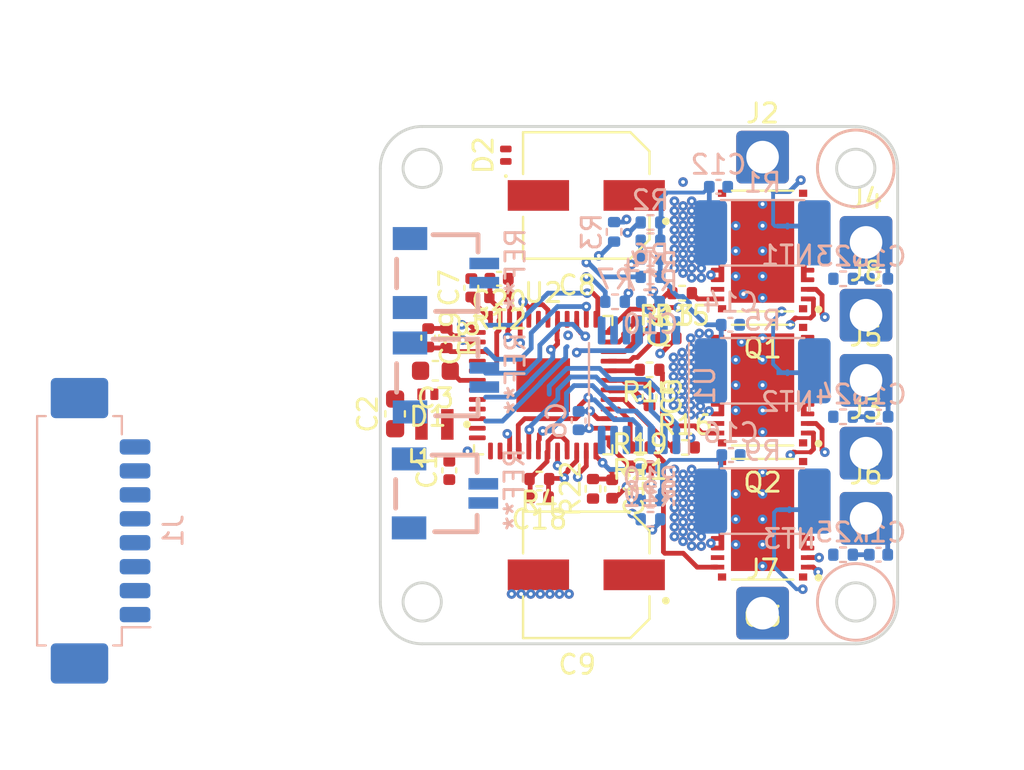
<source format=kicad_pcb>
(kicad_pcb (version 20211014) (generator pcbnew)
  (title_block (title "Ø32 BLDC Motor Controller") (date "2022-11-26") (company "Christopher Xu"))
  (layers (0 "F.Cu" signal) (1 "In1.Cu" signal) (2 "In2.Cu" signal) (31 "B.Cu" signal) (34 "B.Paste" user) (35 "F.Paste" user) (36 "B.SilkS" user "B.Silkscreen") (37 "F.SilkS" user "F.Silkscreen") (38 "B.Mask" user) (39 "F.Mask" user) (44 "Edge.Cuts" user))
  (net 0 "")
  (net 1 "unconnected-(U1-Pad1)")
  (net 3 "/Motor phase W/Sense_N")
  (net 4 "/Motor phase V/Sense_N")
  (net 5 "/Motor phase U/Sense_N")
  (net 6 "unconnected-(J1-Pad2)")
  (net 8 "/Motor phase U/Motor")
  (net 9 "/Motor phase V/Motor")
  (net 10 "/Motor phase W/Motor")
  (net 11 "/Motor phase U/Sense_P")
  (net 13 "VBUS")
  (net 14 "/Motor phase V/Sense_P")
  (net 15 "/Motor phase W/Sense_P")
  (net 16 "/GPIO_PF0")
  (net 17 "/GPIO_PF1")
  (net 18 "/USART1_DE")
  (net 20 "SPI_SCLK")
  (net 21 "SPI_MOSI")
  (net 22 "SPI_MISO")
  (net 23 "+3.3V")
  (net 24 "/OP_V_P")
  (net 25 "/OP_V_N")
  (net 26 "/OP_V_O")
  (net 27 "/NRST")
  (net 28 "/OP_U_O")
  (net 29 "/OP_U_N")
  (net 30 "/OP_U_P")
  (net 31 "/OC_COMP")
  (net 33 "GND")
  (net 35 "SWD_IO")
  (net 36 "SWD_CLK")
  (net 37 "I2C_SCL")
  (net 38 "I2C_SDA")
  (net 39 "/OP_W_P")
  (net 41 "/OP_W_N")
  (net 42 "/Motor phase U/GH_MOS")
  (net 43 "/Motor phase U/GL_MOS")
  (net 44 "/Motor phase V/GH_MOS")
  (net 45 "/Motor phase V/GL_MOS")
  (net 46 "/Motor phase W/GH_MOS")
  (net 47 "/Motor phase W/GL_MOS")
  (net 48 "/OUTU")
  (net 49 "/VBOOTW")
  (net 50 "/VBOOTV")
  (net 51 "/HSU")
  (net 52 "/VBOOTU")
  (net 53 "/LSU")
  (net 54 "/OUTV")
  (net 55 "/OUTW")
  (net 56 "/HSW")
  (net 57 "/LSW")
  (net 58 "/HSV")
  (net 59 "/LSV")
  (net 65 "/GPIO_PA15")
  (net 66 "Net-(C13-Pad2)")
  (net 67 "Net-(C15-Pad2)")
  (net 68 "Net-(C17-Pad2)")
  (net 81 "/SW_3.3")
  (net 82 "/USART1_TX")
  (net 83 "/USART_RX")
  (net 84 "/BUS_SENSE")
  (net 85 "/OP_W_O")
  (footprint "O32controller:SolderWire-Actual_1x01_D1.7mm_OD_2.75mm" (layer "F.Cu") (at 61.85 49.75)
    (fp_text reference "J5")
    (fp_text value "Motor Connection")
  )
  (footprint "O32controller:SolderWire-Actual_1x01_D1.7mm_OD_2.75mm" (layer "F.Cu") (at 56.45 38.1)
    (fp_text reference "J2")
    (fp_text value "BATT+")
  )
  (footprint "O32controller:SolderWire-Actual_1x01_D1.7mm_OD_2.75mm" (layer "F.Cu") (at 61.85 42.55)
    (fp_text reference "J4")
    (fp_text value "Motor Connection")
  )
  (footprint "Capacitor_SMD:C_0402_1005Metric" (layer "F.Cu") (at 42.7 44.45 180)
    (fp_text reference "C20")
    (fp_text value "1nF")
  )
  (footprint "Capacitor_SMD:C_0603_1608Metric" (layer "F.Cu") (at 37.2725 51.5 90)
    (fp_text reference "C2")
    (fp_text value "47uF")
  )
  (footprint "O32controller:SolderWire-Actual_1x01_D1.7mm_OD_2.75mm" (layer "F.Cu") (at 61.85 53.55)
    (fp_text reference "J3")
    (fp_text value "BATT-")
  )
  (footprint "Resistor_SMD:R_0402_1005Metric" (layer "F.Cu") (at 50.55 49.2 180)
    (fp_text reference "R18")
    (fp_text value "10R")
  )
  (footprint "Resistor_SMD:R_0402_1005Metric" (layer "F.Cu") (at 44.8 54.9 180)
    (fp_text reference "R4")
    (fp_text value "13.7k")
  )
  (footprint "O32controller:VFQFPN-48-1EP_7x7mm_P0.5mm_EP2.8x2.8mm" (layer "F.Cu") (at 45 50)
    (fp_text reference "U2")
    (fp_text value "STSPIN32F0A")
  )
  (footprint "O32controller:SolderWire-Actual_1x01_D1.7mm_OD_2.75mm" (layer "F.Cu") (at 61.85 56.95)
    (fp_text reference "J6")
    (fp_text value "Motor Connection")
  )
  (footprint "Capacitor_SMD:C_0402_1005Metric" (layer "F.Cu") (at 44.8 55.85 180)
    (fp_text reference "C18")
    (fp_text value "1nF")
  )
  (footprint "Resistor_SMD:R_0402_1005Metric" (layer "F.Cu") (at 47.6 55.41 90)
    (fp_text reference "R22")
    (fp_text value "121k")
  )
  (footprint "Capacitor_SMD:C_0402_1005Metric" (layer "F.Cu") (at 50.55 50.6 -90)
    (fp_text reference "C5")
    (fp_text value "100nF")
  )
  (footprint "O32controller:CAP_EEEFN1E101UP" (layer "F.Cu") (at 47.25 40.1 180)
    (fp_text reference "C8")
    (fp_text value "100uF")
  )
  (footprint "Resistor_SMD:R_0402_1005Metric" (layer "F.Cu") (at 50.05 54.25)
    (fp_text reference "R19")
    (fp_text value "10R")
  )
  (footprint "O32controller:CSD88584Q5DCT" (layer "F.Cu") (at 56.45 50 180)
    (fp_text reference "Q2")
    (fp_text value "CSD88584Q5DCT")
  )
  (footprint "Capacitor_SMD:C_0402_1005Metric" (layer "F.Cu") (at 49.9 47.12 -90)
    (fp_text reference "C4")
    (fp_text value "100nF")
  )
  (footprint "O32controller:IND_VLS201612CX-220M-1" (layer "F.Cu") (at 39.3225 52.05 180)
    (fp_text reference "L1")
    (fp_text value "22uH")
  )
  (footprint "O32controller:CSD88584Q5DCT" (layer "F.Cu") (at 56.45 57 180)
    (fp_text reference "Q3")
    (fp_text value "CSD88584Q5DCT")
  )
  (footprint "Resistor_SMD:R_0402_1005Metric" (layer "F.Cu") (at 42.7 45.4 180)
    (fp_text reference "R12")
    (fp_text value "13.7k")
  )
  (footprint "Resistor_SMD:R_0402_1005Metric" (layer "F.Cu") (at 39.95 47.55 -90)
    (fp_text reference "R8")
    (fp_text value "13.7k")
  )
  (footprint "Capacitor_SMD:C_0402_1005Metric" (layer "F.Cu") (at 41.25 44.92 90)
    (fp_text reference "C7")
    (fp_text value "100nF")
  )
  (footprint "Capacitor_SMD:C_0402_1005Metric" (layer "F.Cu") (at 48.6 55.42 -90)
    (fp_text reference "C11")
    (fp_text value "1nF")
  )
  (footprint "Capacitor_SMD:C_0402_1005Metric" (layer "F.Cu") (at 40.1 54.45 90)
    (fp_text reference "C1")
    (fp_text value "100nF")
  )
  (footprint "Resistor_SMD:R_0402_1005Metric" (layer "F.Cu") (at 51.44 47.55)
    (fp_text reference "R13")
    (fp_text value "10R")
  )
  (footprint "O32controller:SolderWire-Actual_1x01_D1.7mm_OD_2.75mm" (layer "F.Cu") (at 61.85 46.35)
    (fp_text reference "J8")
    (fp_text value "BATT-")
  )
  (footprint "Diode_SMD:D_0402_CSP" (layer "F.Cu") (at 43.05 38 90)
    (fp_text reference "D2")
    (fp_text value "ESDA17P20-1F2 ")
  )
  (footprint "O32controller:CSD88584Q5DCT" (layer "F.Cu") (at 56.45 43 180)
    (fp_text reference "Q1")
    (fp_text value "CSD88584Q5DCT")
  )
  (footprint "Resistor_SMD:R_0402_1005Metric" (layer "F.Cu") (at 52.25 45.2 180)
    (fp_text reference "R15")
    (fp_text value "10R")
  )
  (footprint "Diode_SMD:D_DFN2L" (layer "F.Cu") (at 38.9825 50.475 180)
    (fp_text reference "D1")
    (fp_text value "SBA0540Q")
  )
  (footprint "O32controller:SolderWire-Actual_1x01_D1.7mm_OD_2.75mm" (layer "F.Cu") (at 56.45 61.9)
    (fp_text reference "J7")
    (fp_text value "BATT+")
  )
  (footprint "O32controller:CAP_EEEFN1E101UP" (layer "F.Cu") (at 47.25 59.9 180)
    (fp_text reference "C9")
    (fp_text value "100uF")
  )
  (footprint "Capacitor_SMD:C_0603_1608Metric" (layer "F.Cu") (at 39.375 49.25 180)
    (fp_text reference "C3")
    (fp_text value "10uF")
  )
  (footprint "Capacitor_SMD:C_0402_1005Metric" (layer "F.Cu") (at 39 47.53 -90)
    (fp_text reference "C19")
    (fp_text value "1nF")
  )
  (footprint "Resistor_SMD:R_0402_1005Metric" (layer "F.Cu") (at 50.05 53.25 180)
    (fp_text reference "R21")
    (fp_text value "10R")
  )
  (footprint "Resistor_SMD:R_0402_1005Metric" (layer "F.Cu") (at 52.4 53.25)
    (fp_text reference "R16")
    (fp_text value "10R")
  )
  (footprint "Resistor_SMD:R_0402_1005Metric" (layer "B.Cu") (at 50.6 44.35 180)
    (fp_text reference "R6")
    (fp_text value "1.78k")
  )
  (footprint "Capacitor_SMD:C_0402_1005Metric" (layer "B.Cu") (at 62.505 44.45 180)
    (fp_text reference "C13")
    (fp_text value "4.7nF")
  )
  (footprint "Capacitor_SMD:C_0402_1005Metric" (layer "B.Cu") (at 54.8 53.65 180)
    (fp_text reference "C16")
    (fp_text value "10nF")
  )
  (footprint "Resistor_SMD:R_0402_1005Metric" (layer "B.Cu") (at 50.6 41.51 180)
    (fp_text reference "R2")
    (fp_text value "1.78k")
  )
  (footprint "Capacitor_SMD:C_0402_1005Metric" (layer "B.Cu") (at 50.6 45.65)
    (fp_text reference "C10")
    (fp_text value "100nF")
  )
  (footprint "O32controller:SM02B-SRSS-TB(LF)(SN)" (layer "B.Cu") (at 39.95 49.6 90)
    (fp_text reference "REF**")
    (fp_text value "SM02B-SRSS-TB_LF__SN_")
  )
  (footprint "Capacitor_SMD:C_0402_1005Metric" (layer "B.Cu") (at 54.15 39.65 180)
    (fp_text reference "C12")
    (fp_text value "10nF")
  )
  (footprint "Capacitor_SMD:C_0402_1005Metric" (layer "B.Cu") (at 62.5 58.85 180)
    (fp_text reference "C17")
    (fp_text value "4.7nF")
  )
  (footprint "NetTie:NetTie-small" (layer "B.Cu") (at 57.75 41.7)
    (fp_text reference "NT1")
    (fp_text value "Sense_N")
  )
  (footprint "Package_SO:TSSOP-14_4.4x5mm_P0.65mm" (layer "B.Cu") (at 50 50 90)
    (fp_text reference "U1")
    (fp_text value "AS5047D")
  )
  (footprint "Resistor_SMD:R_0402_1005Metric" (layer "B.Cu") (at 48.7 42 -90)
    (fp_text reference "R3")
    (fp_text value "1.78k")
  )
  (footprint "Resistor_SMD:R_0402_1005Metric" (layer "B.Cu") (at 50.6 43.4)
    (fp_text reference "R17")
    (fp_text value "2.2k")
  )
  (footprint "Capacitor_SMD:C_0402_1005Metric" (layer "B.Cu") (at 46.85 51.85 -90)
    (fp_text reference "C6")
    (fp_text value "100nF")
  )
  (footprint "O32controller:SM02B-SRSS-TB(LF)(SN)" (layer "B.Cu") (at 39.9 55.65 90)
    (fp_text reference "REF**")
    (fp_text value "SM02B-SRSS-TB_LF__SN_")
  )
  (footprint "Resistor_SMD:R_0402_1005Metric" (layer "B.Cu") (at 50.6 56 180)
    (fp_text reference "R10")
    (fp_text value "1.78k")
  )
  (footprint "Connector_Molex:Molex_PicoBlade_53261-0871_1x08-1MP_P1.25mm_Horizontal" (layer "B.Cu") (at 21.3 57.6 90)
    (fp_text reference "J1")
    (fp_text value "Conn_01x08_MountingPin")
  )
  (footprint "Capacitor_SMD:C_0402_1005Metric" (layer "B.Cu") (at 62.52 51.65 180)
    (fp_text reference "C15")
    (fp_text value "4.7nF")
  )
  (footprint "Resistor_SMD:R_Shunt_2512_6332Metric" (layer "B.Cu") (at 56.45 56.05 180)
    (fp_text reference "R9")
    (fp_text value "WSLF25122L000FEB 0.002R")
  )
  (footprint "O32controller:SM02B-SRSS-TB(LF)(SN)" (layer "B.Cu") (at 39.95 44.15 90)
    (fp_text reference "REF**")
    (fp_text value "SM02B-SRSS-TB_LF__SN_")
  )
  (footprint "Resistor_SMD:R_0402_1005Metric" (layer "B.Cu") (at 60.65 51.65 180)
    (fp_text reference "R24")
    (fp_text value "2.2R")
  )
  (footprint "NetTie:NetTie-small" (layer "B.Cu") (at 57.75 49.35)
    (fp_text reference "NT2")
    (fp_text value "Sense_N")
  )
  (footprint "Capacitor_SMD:C_0402_1005Metric" (layer "B.Cu") (at 54.77 46.85 180)
    (fp_text reference "C14")
    (fp_text value "10nF")
  )
  (footprint "Resistor_SMD:R_0402_1005Metric" (layer "B.Cu") (at 50.6 42.46)
    (fp_text reference "R14")
    (fp_text value "2.2k")
  )
  (footprint "Resistor_SMD:R_0402_1005Metric" (layer "B.Cu") (at 60.65 58.85 180)
    (fp_text reference "R25")
    (fp_text value "2.2R")
  )
  (footprint "Resistor_SMD:R_0402_1005Metric" (layer "B.Cu") (at 48.75 45.65 180)
    (fp_text reference "R7")
    (fp_text value "1.78k")
  )
  (footprint "Resistor_SMD:R_0402_1005Metric" (layer "B.Cu") (at 50.6 54.4)
    (fp_text reference "R20")
    (fp_text value "2.2k")
  )
  (footprint "Resistor_SMD:R_Shunt_2512_6332Metric" (layer "B.Cu") (at 56.45 42.05 180)
    (fp_text reference "R1")
    (fp_text value "WSLF25122L000FEB 0.002R")
  )
  (footprint "Resistor_SMD:R_0402_1005Metric" (layer "B.Cu") (at 50.6 57 180)
    (fp_text reference "R11")
    (fp_text value "1.78k")
  )
  (footprint "NetTie:NetTie-small" (layer "B.Cu") (at 57.85 56.5)
    (fp_text reference "NT3")
    (fp_text value "Sense_N")
  )
  (footprint "Resistor_SMD:R_0402_1005Metric" (layer "B.Cu") (at 60.655 44.45 180)
    (fp_text reference "R23")
    (fp_text value "2.2R")
  )
  (footprint "Resistor_SMD:R_Shunt_2512_6332Metric" (layer "B.Cu") (at 56.45 49.25 180)
    (fp_text reference "R5")
    (fp_text value "WSLF25122L000FEB 0.002R")
  )
  (gr_circle (center 61.314 61.314) (end 63.314 61.314) (layer "B.SilkS") (width 0.15) (fill none))
  (gr_circle (center 61.314 38.686) (end 63.314 38.686) (layer "B.SilkS") (width 0.15) (fill none))
  (gr_circle locked (center 61.314 38.686) (end 63.314 38.686) (layer "F.SilkS") (width 0.15) (fill none))
  (gr_circle locked (center 61.314 61.314) (end 62.314 61.314) (layer "Edge.Cuts") (width 0.15) (fill none))
  (gr_line locked (start 38.686 36.5) (end 61.314 36.5) (layer "Edge.Cuts") (width 0.15))
  (gr_arc locked (start 38.686 63.5) (mid 37.140265 62.859735) (end 36.5 61.314) (layer "Edge.Cuts") (width 0.15))
  (gr_arc locked (start 36.5 38.686) (mid 37.140265 37.140265) (end 38.686 36.5) (layer "Edge.Cuts") (width 0.15))
  (gr_line locked (start 38.686 63.5) (end 61.314 63.5) (layer "Edge.Cuts") (width 0.15))
  (gr_line locked (start 63.5 38.686) (end 63.5 61.314) (layer "Edge.Cuts") (width 0.15))
  (gr_arc locked (start 61.314 36.5) (mid 62.859735 37.140265) (end 63.5 38.686) (layer "Edge.Cuts") (width 0.15))
  (gr_circle locked (center 38.686 61.314) (end 39.686 61.314) (layer "Edge.Cuts") (width 0.15) (fill none))
  (gr_circle locked (center 38.686 38.686) (end 39.686 38.686) (layer "Edge.Cuts") (width 0.15) (fill none))
  (gr_arc locked (start 63.5 61.314) (mid 62.859735 62.859735) (end 61.314 63.5) (layer "Edge.Cuts") (width 0.15))
  (gr_circle locked (center 61.314 38.686) (end 62.314 38.686) (layer "Edge.Cuts") (width 0.15) (fill none))
  (gr_line locked (start 36.5 38.686) (end 36.5 61.314) (layer "Edge.Cuts") (width 0.15))
  (segment (start 50.449569 49.7) (end 48.522361 49.7) (width 0.25) (layer "B.Cu") (net 1))
  (segment (start 51.95 52.8625) (end 51.95 52.013173) (width 0.25) (layer "B.Cu") (net 1))
  (segment (start 51.225 50.475431) (end 50.449569 49.7) (width 0.25) (layer "B.Cu") (net 1))
  (segment (start 51.95 52.013173) (end 51.225 51.288173) (width 0.25) (layer "B.Cu") (net 1))
  (segment (start 46.239035 49.125) (end 45.315 50.049035) (width 0.25) (layer "B.Cu") (net 1))
  (segment (start 47.947361 49.125) (end 46.239035 49.125) (width 0.25) (layer "B.Cu") (net 1))
  (segment (start 48.522361 49.7) (end 47.947361 49.125) (width 0.25) (layer "B.Cu") (net 1))
  (segment (start 45.315 50.049035) (end 45.315 50.471827) (width 0.25) (layer "B.Cu") (net 1))
  (segment (start 51.225 51.288173) (end 51.225 50.475431) (width 0.25) (layer "B.Cu") (net 1))
  (via (at 50.7 57.55) (size 0.5) (drill 0.2) (layers "F.Cu" "B.Cu") (net 3))
  (via (at 58.55 60.65) (size 0.5) (drill 0.2) (layers "F.Cu" "B.Cu") (net 3))
  (segment (start 51.11 57.14) (end 50.7 57.55) (width 0.25) (layer "B.Cu") (net 3))
  (segment (start 50.7 57.55) (end 50.7 57.41) (width 0.2) (layer "B.Cu") (net 3))
  (segment (start 58.216332 60.65) (end 57.05 59.483668) (width 0.2) (layer "B.Cu") (net 3))
  (segment (start 57.2 56.5) (end 57.05 56.65) (width 0.2) (layer "B.Cu") (net 3))
  (segment (start 51.11 57) (end 51.11 57.14) (width 0.2) (layer "B.Cu") (net 3))
  (segment (start 57.55 56.5) (end 57.2 56.5) (width 0.2) (layer "B.Cu") (net 3))
  (segment (start 57.05 56.65) (end 57.05 59.483668) (width 0.2) (layer "B.Cu") (net 3))
  (segment (start 58.55 60.65) (end 58.216332 60.65) (width 0.2) (layer "B.Cu") (net 3))
  (via (at 49.45 45.2) (size 0.5) (drill 0.2) (layers "F.Cu" "B.Cu") (net 4))
  (via (at 57.45 46.15) (size 0.5) (drill 0.2) (layers "F.Cu" "B.Cu") (net 4))
  (segment (start 57.45 46.15) (end 57.472182 46.15) (width 0.2) (layer "B.Cu") (net 4))
  (segment (start 57.472182 46.15) (end 57 46.622182) (width 0.2) (layer "B.Cu") (net 4))
  (segment (start 49.26 45.65) (end 49.26 45.39) (width 0.2) (layer "B.Cu") (net 4))
  (segment (start 57 46.622182) (end 57 48.9) (width 0.2) (layer "B.Cu") (net 4))
  (segment (start 57 48.9) (end 57.45 49.35) (width 0.2) (layer "B.Cu") (net 4))
  (segment (start 49.26 45.39) (end 49.45 45.2) (width 0.2) (layer "B.Cu") (net 4))
  (via (at 52.3 39.4) (size 0.5) (drill 0.2) (layers "F.Cu" "B.Cu") (net 5))
  (via (at 58.45 39.3) (size 0.5) (drill 0.2) (layers "F.Cu" "B.Cu") (net 5))
  (via (at 49.35 41.35) (size 0.5) (drill 0.2) (layers "F.Cu" "B.Cu") (net 5))
  (segment (start 57.85 39.9) (end 58.45 39.3) (width 0.25) (layer "B.Cu") (net 5))
  (segment (start 57.1 41.7) (end 57 41.6) (width 0.2) (layer "B.Cu") (net 5))
  (segment (start 49.21 41.49) (end 49.35 41.35) (width 0.25) (layer "B.Cu") (net 5))
  (segment (start 57.45 41.7) (end 57.1 41.7) (width 0.2) (layer "B.Cu") (net 5))
  (segment (start 57 41.6) (end 57 39.9) (width 0.2) (layer "B.Cu") (net 5))
  (segment (start 58.266332 39.3) (end 58.45 39.3) (width 0.2) (layer "B.Cu") (net 5))
  (segment (start 48.7 41.49) (end 49.21 41.49) (width 0.25) (layer "B.Cu") (net 5))
  (segment (start 57 39.9) (end 57.85 39.9) (width 0.25) (layer "B.Cu") (net 5))
  (via (at 41.05 53.45) (size 0.5) (drill 0.2) (layers "F.Cu" "B.Cu") (net 6))
  (segment (start 62.985 44.45) (end 62.985 43.685) (width 0.25) (layer "B.Cu") (net 8))
  (segment (start 62.985 43.685) (end 61.85 42.55) (width 0.25) (layer "B.Cu") (net 8))
  (segment (start 62.985 43.435) (end 61.85 42.3) (width 0.25) (layer "B.Cu") (net 8))
  (segment (start 63 50.9) (end 61.85 49.75) (width 0.25) (layer "B.Cu") (net 9))
  (segment (start 63 51.65) (end 63 50.9) (width 0.25) (layer "B.Cu") (net 9))
  (segment (start 63 51.65) (end 63.05 51.65) (width 0.25) (layer "B.Cu") (net 9))
  (segment (start 62.98 58.08) (end 61.85 56.95) (width 0.25) (layer "B.Cu") (net 10))
  (segment (start 62.98 58.85) (end 62.98 58.08) (width 0.25) (layer "B.Cu") (net 10))
  (via (at 51.85 43.9) (size 0.5) (drill 0.2) (layers "F.Cu" "B.Cu") (net 11))
  (via (at 52.75 43.4) (size 0.5) (drill 0.2) (layers "F.Cu" "B.Cu") (net 11))
  (via (at 52.3 42.15) (size 0.5) (drill 0.2) (layers "F.Cu" "B.Cu") (net 11))
  (via (at 51.85 43.4) (size 0.5) (drill 0.2) (layers "F.Cu" "B.Cu") (net 11))
  (via (at 53.75 44.25) (size 0.5) (drill 0.2) (layers "F.Cu" "B.Cu") (net 11))
  (via (at 52.75 44.4) (size 0.5) (drill 0.2) (layers "F.Cu" "B.Cu") (net 11))
  (via (at 52.75 41.4) (size 0.5) (drill 0.2) (layers "F.Cu" "B.Cu") (net 11))
  (via (at 52.3 43.65) (size 0.5) (drill 0.2) (layers "F.Cu" "B.Cu") (net 11))
  (via (at 52.75 42.4) (size 0.5) (drill 0.2) (layers "F.Cu" "B.Cu") (net 11))
  (via (at 52.75 42.9) (size 0.5) (drill 0.2) (layers "F.Cu" "B.Cu") (net 11))
  (via (at 52.75 40.4) (size 0.5) (drill 0.2) (layers "F.Cu" "B.Cu") (net 11))
  (via (at 52.3 44.15) (size 0.5) (drill 0.2) (layers "F.Cu" "B.Cu") (net 11))
  (via (at 52.3 42.65) (size 0.5) (drill 0.2) (layers "F.Cu" "B.Cu") (net 11))
  (via (at 53.25 44.4) (size 0.5) (drill 0.2) (layers "F.Cu" "B.Cu") (net 11))
  (via (at 51.85 42.9) (size 0.5) (drill 0.2) (layers "F.Cu" "B.Cu") (net 11))
  (via (at 52.3 41.65) (size 0.5) (drill 0.2) (layers "F.Cu" "B.Cu") (net 11))
  (via (at 51.85 40.9) (size 0.5) (drill 0.2) (layers "F.Cu" "B.Cu") (net 11))
  (via (at 52.75 40.9) (size 0.5) (drill 0.2) (layers "F.Cu" "B.Cu") (net 11))
  (via (at 51.85 41.9) (size 0.5) (drill 0.2) (layers "F.Cu" "B.Cu") (net 11))
  (via (at 51.85 40.4) (size 0.5) (drill 0.2) (layers "F.Cu" "B.Cu") (net 11))
  (via (at 51.85 42.4) (size 0.5) (drill 0.2) (layers "F.Cu" "B.Cu") (net 11))
  (via (at 52.3 41.15) (size 0.5) (drill 0.2) (layers "F.Cu" "B.Cu") (net 11))
  (via (at 52.3 43.15) (size 0.5) (drill 0.2) (layers "F.Cu" "B.Cu") (net 11))
  (via (at 52.3 40.65) (size 0.5) (drill 0.2) (layers "F.Cu" "B.Cu") (net 11))
  (via (at 51.85 41.4) (size 0.5) (drill 0.2) (layers "F.Cu" "B.Cu") (net 11))
  (via (at 52.75 41.9) (size 0.5) (drill 0.2) (layers "F.Cu" "B.Cu") (net 11))
  (via (at 53.25 43.9) (size 0.5) (drill 0.2) (layers "F.Cu" "B.Cu") (net 11))
  (via (at 52.75 43.9) (size 0.5) (drill 0.2) (layers "F.Cu" "B.Cu") (net 11))
  (segment (start 53.67 41.97) (end 53.75 42.05) (width 0.25) (layer "B.Cu") (net 11))
  (segment (start 53.67 39.65) (end 53.67 41.97) (width 0.25) (layer "B.Cu") (net 11))
  (segment (start 53.67 39.65) (end 53.37 39.95) (width 0.2) (layer "B.Cu") (net 11))
  (segment (start 51.15 40.25) (end 51.4 40) (width 0.25) (layer "B.Cu") (net 11))
  (segment (start 51.11 42.46) (end 51.11 41.51) (width 0.25) (layer "B.Cu") (net 11))
  (segment (start 53.37 39.95) (end 51.45 39.95) (width 0.2) (layer "B.Cu") (net 11))
  (segment (start 51.15 41.47) (end 51.15 40.25) (width 0.25) (layer "B.Cu") (net 11))
  (segment (start 51.45 39.95) (end 51.4 40) (width 0.2) (layer "B.Cu") (net 11))
  (segment (start 51.11 41.51) (end 51.15 41.47) (width 0.25) (layer "B.Cu") (net 11))
  (segment (start 40.65 49.75) (end 40.15 49.25) (width 0.25) (layer "F.Cu") (net 13))
  (segment (start 41.5625 49.75) (end 40.65 49.75) (width 0.25) (layer "F.Cu") (net 13))
  (via (at 55.45 45.25) (size 0.5) (drill 0.2) (layers "F.Cu" "B.Cu") (net 13))
  (via (at 55.35 47.75) (size 0.5) (drill 0.2) (layers "F.Cu" "B.Cu") (net 13))
  (segment (start 52.25 48.3) (end 52.25 48.35) (width 0.2) (layer "F.Cu") (net 14))
  (via (at 52.7 50.05) (size 0.5) (drill 0.2) (layers "F.Cu" "B.Cu") (net 14))
  (via (at 53.65 51.35) (size 0.5) (drill 0.2) (layers "F.Cu" "B.Cu") (net 14))
  (via (at 52.25 49.3) (size 0.5) (drill 0.2) (layers "F.Cu" "B.Cu") (net 14))
  (via (at 51.8 50.55) (size 0.5) (drill 0.2) (layers "F.Cu" "B.Cu") (net 14))
  (via (at 52.7 51.55) (size 0.5) (drill 0.2) (layers "F.Cu" "B.Cu") (net 14))
  (via (at 52.25 51.3) (size 0.5) (drill 0.2) (layers "F.Cu" "B.Cu") (net 14))
  (via (at 52.7 50.55) (size 0.5) (drill 0.2) (layers "F.Cu" "B.Cu") (net 14))
  (via (at 52.25 48.8) (size 0.5) (drill 0.2) (layers "F.Cu" "B.Cu") (net 14))
  (via (at 52.7 51.05) (size 0.5) (drill 0.2) (layers "F.Cu" "B.Cu") (net 14))
  (via (at 53.2 51.1) (size 0.5) (drill 0.2) (layers "F.Cu" "B.Cu") (net 14))
  (via (at 53.2 51.6) (size 0.5) (drill 0.2) (layers "F.Cu" "B.Cu") (net 14))
  (via (at 51.8 51.05) (size 0.5) (drill 0.2) (layers "F.Cu" "B.Cu") (net 14))
  (via (at 52.7 48.55) (size 0.5) (drill 0.2) (layers "F.Cu" "B.Cu") (net 14))
  (via (at 52.25 50.8) (size 0.5) (drill 0.2) (layers "F.Cu" "B.Cu") (net 14))
  (via (at 51.8 49.05) (size 0.5) (drill 0.2) (layers "F.Cu" "B.Cu") (net 14))
  (via (at 52.25 50.3) (size 0.5) (drill 0.2) (layers "F.Cu" "B.Cu") (net 14))
  (via (at 53.15 47.3) (size 0.5) (drill 0.2) (layers "F.Cu" "B.Cu") (net 14))
  (via (at 52.7 48.05) (size 0.5) (drill 0.2) (layers "F.Cu" "B.Cu") (net 14))
  (via (at 52.7 49.05) (size 0.5) (drill 0.2) (layers "F.Cu" "B.Cu") (net 14))
  (via (at 52.25 48.3) (size 0.5) (drill 0.2) (layers "F.Cu" "B.Cu") (net 14))
  (via (at 53.65 47.3) (size 0.5) (drill 0.2) (layers "F.Cu" "B.Cu") (net 14))
  (via (at 51.8 49.55) (size 0.5) (drill 0.2) (layers "F.Cu" "B.Cu") (net 14))
  (via (at 51.8 48.55) (size 0.5) (drill 0.2) (layers "F.Cu" "B.Cu") (net 14))
  (via (at 52.7 49.55) (size 0.5) (drill 0.2) (layers "F.Cu" "B.Cu") (net 14))
  (via (at 52.25 49.8) (size 0.5) (drill 0.2) (layers "F.Cu" "B.Cu") (net 14))
  (via (at 52.7 47.55) (size 0.5) (drill 0.2) (layers "F.Cu" "B.Cu") (net 14))
  (via (at 51.8 50.05) (size 0.5) (drill 0.2) (layers "F.Cu" "B.Cu") (net 14))
  (segment (start 54.29 48.71) (end 53.75 49.25) (width 0.25) (layer "B.Cu") (net 14))
  (segment (start 51.75 45.1) (end 51.75 44.99) (width 0.25) (layer "B.Cu") (net 14))
  (segment (start 54.29 46.85) (end 53.5 46.85) (width 0.25) (layer "B.Cu") (net 14))
  (segment (start 51.75 44.99) (end 51.11 44.35) (width 0.25) (layer "B.Cu") (net 14))
  (segment (start 52.625 45.975) (end 52.625 45.711827) (width 0.25) (layer "B.Cu") (net 14))
  (segment (start 53.5 46.85) (end 52.625 45.975) (width 0.25) (layer "B.Cu") (net 14))
  (segment (start 54.29 46.85) (end 54.28 46.86) (width 0.2) (layer "B.Cu") (net 14))
  (segment (start 52.288173 45.375) (end 52.025 45.375) (width 0.25) (layer "B.Cu") (net 14))
  (segment (start 51.11 43.35) (end 51.11 44.35) (width 0.25) (layer "B.Cu") (net 14))
  (segment (start 52.625 45.711827) (end 52.288173 45.375) (width 0.25) (layer "B.Cu") (net 14))
  (segment (start 52.025 45.375) (end 51.75 45.1) (width 0.25) (layer "B.Cu") (net 14))
  (segment (start 54.29 46.85) (end 54.29 48.71) (width 0.25) (layer "B.Cu") (net 14))
  (via (at 52.75 57.4) (size 0.5) (drill 0.2) (layers "F.Cu" "B.Cu") (net 15))
  (via (at 52.75 57.9) (size 0.5) (drill 0.2) (layers "F.Cu" "B.Cu") (net 15))
  (via (at 51.85 57.4) (size 0.5) (drill 0.2) (layers "F.Cu" "B.Cu") (net 15))
  (via (at 52.75 56.9) (size 0.5) (drill 0.2) (layers "F.Cu" "B.Cu") (net 15))
  (via (at 51.85 54.9) (size 0.5) (drill 0.2) (layers "F.Cu" "B.Cu") (net 15))
  (via (at 52.3 56.65) (size 0.5) (drill 0.2) (layers "F.Cu" "B.Cu") (net 15))
  (via (at 51.85 54.4) (size 0.5) (drill 0.2) (layers "F.Cu" "B.Cu") (net 15))
  (via (at 52.3 55.65) (size 0.5) (drill 0.2) (layers "F.Cu" "B.Cu") (net 15))
  (via (at 52.75 58.4) (size 0.5) (drill 0.2) (layers "F.Cu" "B.Cu") (net 15))
  (via (at 53.25 58.4) (size 0.5) (drill 0.2) (layers "F.Cu" "B.Cu") (net 15))
  (via (at 52.75 55.4) (size 0.5) (drill 0.2) (layers "F.Cu" "B.Cu") (net 15))
  (via (at 52.3 57.65) (size 0.5) (drill 0.2) (layers "F.Cu" "B.Cu") (net 15))
  (via (at 52.3 55.15) (size 0.5) (drill 0.2) (layers "F.Cu" "B.Cu") (net 15))
  (via (at 52.3 56.15) (size 0.5) (drill 0.2) (layers "F.Cu" "B.Cu") (net 15))
  (via (at 52.3 57.15) (size 0.5) (drill 0.2) (layers "F.Cu" "B.Cu") (net 15))
  (via (at 51.85 55.4) (size 0.5) (drill 0.2) (layers "F.Cu" "B.Cu") (net 15))
  (via (at 53.75 58.25) (size 0.5) (drill 0.2) (layers "F.Cu" "B.Cu") (net 15))
  (via (at 52.75 56.4) (size 0.5) (drill 0.2) (layers "F.Cu" "B.Cu") (net 15))
  (via (at 51.85 57.9) (size 0.5) (drill 0.2) (layers "F.Cu" "B.Cu") (net 15))
  (via (at 53.25 57.9) (size 0.5) (drill 0.2) (layers "F.Cu" "B.Cu") (net 15))
  (via (at 52.3 54.65) (size 0.5) (drill 0.2) (layers "F.Cu" "B.Cu") (net 15))
  (via (at 51.85 55.9) (size 0.5) (drill 0.2) (layers "F.Cu" "B.Cu") (net 15))
  (via (at 51.85 56.4) (size 0.5) (drill 0.2) (layers "F.Cu" "B.Cu") (net 15))
  (via (at 52.3 58.15) (size 0.5) (drill 0.2) (layers "F.Cu" "B.Cu") (net 15))
  (via (at 51.85 56.9) (size 0.5) (drill 0.2) (layers "F.Cu" "B.Cu") (net 15))
  (via (at 52.75 55.9) (size 0.5) (drill 0.2) (layers "F.Cu" "B.Cu") (net 15))
  (via (at 52.75 54.4) (size 0.5) (drill 0.2) (layers "F.Cu" "B.Cu") (net 15))
  (via (at 52.75 54.9) (size 0.5) (drill 0.2) (layers "F.Cu" "B.Cu") (net 15))
  (segment (start 51.11 54.4) (end 51.61 53.9) (width 0.2) (layer "B.Cu") (net 15))
  (segment (start 51.11 55.503173) (end 51.11 56) (width 0.25) (layer "B.Cu") (net 15))
  (segment (start 54.27 53.65) (end 54.27 55.53) (width 0.25) (layer "B.Cu") (net 15))
  (segment (start 51.11 54.4) (end 51.11 54.796827) (width 0.25) (layer "B.Cu") (net 15))
  (segment (start 51.11 54.796827) (end 51.225 54.911827) (width 0.25) (layer "B.Cu") (net 15))
  (segment (start 51.25 54.54) (end 51.11 54.4) (width 0.2) (layer "B.Cu") (net 15))
  (segment (start 54.27 55.53) (end 53.75 56.05) (width 0.2) (layer "B.Cu") (net 15))
  (segment (start 54.07 53.9) (end 51.61 53.9) (width 0.2) (layer "B.Cu") (net 15))
  (segment (start 54.32 53.65) (end 54.07 53.9) (width 0.2) (layer "B.Cu") (net 15))
  (segment (start 51.2 54.49) (end 51.11 54.4) (width 0.2) (layer "B.Cu") (net 15))
  (segment (start 51.11 56) (end 51.2 55.91) (width 0.2) (layer "B.Cu") (net 15))
  (segment (start 51.225 55.388173) (end 51.11 55.503173) (width 0.25) (layer "B.Cu") (net 15))
  (segment (start 51.225 54.911827) (end 51.225 55.388173) (width 0.25) (layer "B.Cu") (net 15))
  (segment (start 44.036827 51.75) (end 43.7 52.086827) (width 0.25) (layer "F.Cu") (net 20))
  (segment (start 43.7 52.086827) (end 43.7 53.3875) (width 0.25) (layer "F.Cu") (net 20))
  (segment (start 46.7 51.75) (end 44.036827 51.75) (width 0.25) (layer "F.Cu") (net 20))
  (segment (start 43.7 53.3875) (end 43.75 53.4375) (width 0.25) (layer "F.Cu") (net 20))
  (segment (start 46.875 51.575) (end 46.7 51.75) (width 0.25) (layer "F.Cu") (net 20))
  (segment (start 46.875 51.111827) (end 46.875 51.575) (width 0.25) (layer "F.Cu") (net 20))
  (segment (start 47.35 50.65) (end 47.336827 50.65) (width 0.25) (layer "F.Cu") (net 20))
  (segment (start 47.336827 50.65) (end 46.875 51.111827) (width 0.25) (layer "F.Cu") (net 20))
  (via (at 47.35 50.65) (size 0.5) (drill 0.2) (layers "F.Cu" "B.Cu") (net 20))
  (segment (start 50 52.8625) (end 50 52.136396) (width 0.25) (layer "B.Cu") (net 20))
  (segment (start 50 52.136396) (end 49.663604 51.8) (width 0.25) (layer "B.Cu") (net 20))
  (segment (start 48.7 51.786827) (end 47.678173 50.765) (width 0.25) (layer "B.Cu") (net 20))
  (segment (start 48.7 51.8) (end 48.7 51.786827) (width 0.25) (layer "B.Cu") (net 20))
  (segment (start 47.35 50.65) (end 47.465 50.765) (width 0.25) (layer "B.Cu") (net 20))
  (segment (start 47.465 50.765) (end 47.678173 50.765) (width 0.25) (layer "B.Cu") (net 20))
  (segment (start 49.663604 51.8) (end 48.7 51.8) (width 0.25) (layer "B.Cu") (net 20))
  (segment (start 44.8 52.57) (end 44.8 52.84) (width 0.25) (layer "F.Cu") (net 21))
  (segment (start 44.75 52.951992) (end 44.75 53.4375) (width 0.25) (layer "F.Cu") (net 21))
  (segment (start 44.98 52.39) (end 44.8 52.57) (width 0.25) (layer "F.Cu") (net 21))
  (via (at 44.98 52.39) (size 0.5) (drill 0.2) (layers "F.Cu" "B.Cu") (net 21))
  (segment (start 44.98 52.39) (end 45.36 52.39) (width 0.25) (layer "B.Cu") (net 21))
  (segment (start 46.611827 50.025) (end 47.574569 50.025) (width 0.25) (layer "B.Cu") (net 21))
  (segment (start 45.36 52.39) (end 46.215 51.535) (width 0.25) (layer "B.Cu") (net 21))
  (segment (start 46.215 51.535) (end 46.215 50.421827) (width 0.25) (layer "B.Cu") (net 21))
  (segment (start 46.215 50.421827) (end 46.611827 50.025) (width 0.25) (layer "B.Cu") (net 21))
  (segment (start 47.574569 50.025) (end 48.899569 51.35) (width 0.25) (layer "B.Cu") (net 21))
  (segment (start 50.65 52.15) (end 50.65 52.8625) (width 0.25) (layer "B.Cu") (net 21))
  (segment (start 49.85 51.35) (end 50.65 52.15) (width 0.25) (layer "B.Cu") (net 21))
  (segment (start 48.899569 51.35) (end 49.85 51.35) (width 0.25) (layer "B.Cu") (net 21))
  (segment (start 44.25 52.35) (end 44.275 52.325) (width 0.25) (layer "F.Cu") (net 22))
  (segment (start 44.25 53.4375) (end 44.25 52.35) (width 0.25) (layer "F.Cu") (net 22))
  (via (at 44.275 52.325) (size 0.5) (drill 0.2) (layers "F.Cu" "B.Cu") (net 22))
  (segment (start 45.765 50.235431) (end 45.765 50.71) (width 0.25) (layer "B.Cu") (net 22))
  (segment (start 50.625 51.325) (end 50.625 50.511827) (width 0.25) (layer "B.Cu") (net 22))
  (segment (start 44.275 52.2) (end 44.275 52.325) (width 0.25) (layer "B.Cu") (net 22))
  (segment (start 45.765 50.71) (end 44.275 52.2) (width 0.25) (layer "B.Cu") (net 22))
  (segment (start 48.335965 50.15) (end 47.760965 49.575) (width 0.25) (layer "B.Cu") (net 22))
  (segment (start 51.3 52) (end 50.625 51.325) (width 0.25) (layer "B.Cu") (net 22))
  (segment (start 50.263173 50.15) (end 48.335965 50.15) (width 0.25) (layer "B.Cu") (net 22))
  (segment (start 51.3 52.8625) (end 51.3 52) (width 0.25) (layer "B.Cu") (net 22))
  (segment (start 47.760965 49.575) (end 46.425431 49.575) (width 0.25) (layer "B.Cu") (net 22))
  (segment (start 50.625 50.511827) (end 50.263173 50.15) (width 0.25) (layer "B.Cu") (net 22))
  (segment (start 46.425431 49.575) (end 45.765 50.235431) (width 0.25) (layer "B.Cu") (net 22))
  (segment (start 41.25 45.4) (end 41.25 45.5625) (width 0.25) (layer "F.Cu") (net 23))
  (segment (start 41.25 45.5625) (end 42.25 46.5625) (width 0.25) (layer "F.Cu") (net 23))
  (via (at 46.75 48.3) (size 0.5) (drill 0.2) (layers "F.Cu" "B.Cu") (net 23))
  (segment (start 49.626041 48.2) (end 46.85 48.2) (width 0.25) (layer "B.Cu") (net 23))
  (segment (start 50 47.1375) (end 50 47.826041) (width 0.25) (layer "B.Cu") (net 23))
  (segment (start 46.85 48.2) (end 46.75 48.3) (width 0.25) (layer "B.Cu") (net 23))
  (segment (start 50.12 45.82) (end 50.12 45.65) (width 0.25) (layer "B.Cu") (net 23))
  (segment (start 50.65 46.35) (end 50.12 45.82) (width 0.25) (layer "B.Cu") (net 23))
  (segment (start 50 47.1375) (end 50.65 47.1375) (width 0.25) (layer "B.Cu") (net 23))
  (segment (start 50.65 47.1375) (end 50.65 46.35) (width 0.25) (layer "B.Cu") (net 23))
  (segment (start 50 47.826041) (end 49.626041 48.2) (width 0.25) (layer "B.Cu") (net 23))
  (segment (start 40.75 46.85) (end 41.1625 46.85) (width 0.25) (layer "F.Cu") (net 24))
  (segment (start 41.1625 46.85) (end 41.5625 47.25) (width 0.25) (layer "F.Cu") (net 24))
  (via (at 47.25 43.6) (size 0.5) (drill 0.2) (layers "F.Cu" "B.Cu") (net 24))
  (via (at 40.75 46.85) (size 0.5) (drill 0.2) (layers "F.Cu" "B.Cu") (net 24))
  (segment (start 47.25 43.6) (end 47.338673 43.6) (width 0.25) (layer "B.Cu") (net 24))
  (segment (start 48.088673 44.35) (end 50.09 44.35) (width 0.25) (layer "B.Cu") (net 24))
  (segment (start 47.338673 43.6) (end 48.088673 44.35) (width 0.25) (layer "B.Cu") (net 24))
  (segment (start 40.575 47.425) (end 40.305 47.425) (width 0.25) (layer "F.Cu") (net 25))
  (segment (start 39.92 47.04) (end 39.95 47.07) (width 0.25) (layer "F.Cu") (net 25))
  (segment (start 40.305 47.425) (end 39.95 47.07) (width 0.25) (layer "F.Cu") (net 25))
  (segment (start 40.9 47.75) (end 41.5625 47.75) (width 0.25) (layer "F.Cu") (net 25))
  (segment (start 40.8 47.65) (end 40.575 47.425) (width 0.25) (layer "F.Cu") (net 25))
  (segment (start 38.95 47.04) (end 39.92 47.04) (width 0.25) (layer "F.Cu") (net 25))
  (segment (start 40.8 47.65) (end 40.9 47.75) (width 0.25) (layer "F.Cu") (net 25))
  (via (at 40.8 47.65) (size 0.5) (drill 0.2) (layers "F.Cu" "B.Cu") (net 25))
  (via (at 47.25 44.35) (size 0.5) (drill 0.2) (layers "F.Cu" "B.Cu") (net 25))
  (segment (start 48.24 45.137723) (end 47.452277 44.35) (width 0.25) (layer "B.Cu") (net 25))
  (segment (start 47.452277 44.35) (end 47.25 44.35) (width 0.25) (layer "B.Cu") (net 25))
  (segment (start 48.24 45.65) (end 48.24 45.137723) (width 0.25) (layer "B.Cu") (net 25))
  (segment (start 39.92 48.06) (end 39.95 48.03) (width 0.25) (layer "F.Cu") (net 26))
  (segment (start 41.5625 48.25) (end 42.048008 48.25) (width 0.25) (layer "F.Cu") (net 26))
  (segment (start 38.95 48.06) (end 39.92 48.06) (width 0.25) (layer "F.Cu") (net 26))
  (segment (start 40.17 48.25) (end 39.95 48.03) (width 0.25) (layer "F.Cu") (net 26))
  (segment (start 41.5625 48.25) (end 40.17 48.25) (width 0.25) (layer "F.Cu") (net 26))
  (segment (start 42.048008 48.25) (end 42.125 48.326992) (width 0.25) (layer "F.Cu") (net 26))
  (segment (start 44.32 54.93) (end 44.29 54.9) (width 0.25) (layer "F.Cu") (net 28))
  (segment (start 45.25 52.938173) (end 45.513173 52.675) (width 0.25) (layer "F.Cu") (net 28))
  (segment (start 45.25 53.4375) (end 45.25 52.938173) (width 0.25) (layer "F.Cu") (net 28))
  (segment (start 46.25 52.951992) (end 46.25 53.4375) (width 0.25) (layer "F.Cu") (net 28))
  (segment (start 45.2 53.4875) (end 45.25 53.4375) (width 0.25) (layer "F.Cu") (net 28))
  (segment (start 45.2 53.99) (end 45.2 53.4875) (width 0.25) (layer "F.Cu") (net 28))
  (segment (start 45.973008 52.675) (end 46.25 52.951992) (width 0.25) (layer "F.Cu") (net 28))
  (segment (start 44.32 55.85) (end 44.32 54.93) (width 0.25) (layer "F.Cu") (net 28))
  (segment (start 45.2 53.99) (end 44.35 54.84) (width 0.25) (layer "F.Cu") (net 28))
  (segment (start 45.513173 52.675) (end 45.973008 52.675) (width 0.25) (layer "F.Cu") (net 28))
  (segment (start 45.28 55.85) (end 45.28 54.93) (width 0.25) (layer "F.Cu") (net 29))
  (segment (start 46.08 54.87) (end 46.1 54.85) (width 0.25) (layer "F.Cu") (net 29))
  (segment (start 45.28 54.93) (end 45.31 54.9) (width 0.25) (layer "F.Cu") (net 29))
  (segment (start 46.75 53.95) (end 46.75 53.4375) (width 0.25) (layer "F.Cu") (net 29))
  (segment (start 45.3 54.87) (end 46.08 54.87) (width 0.25) (layer "F.Cu") (net 29))
  (segment (start 46.1 54.686827) (end 46.3 54.486827) (width 0.25) (layer "F.Cu") (net 29))
  (segment (start 46.3 54.486827) (end 46.3 54.4) (width 0.25) (layer "F.Cu") (net 29))
  (segment (start 46.3 54.4) (end 46.75 53.95) (width 0.25) (layer "F.Cu") (net 29))
  (segment (start 46.1 54.85) (end 46.1 54.686827) (width 0.25) (layer "F.Cu") (net 29))
  (via (at 46.1 54.85) (size 0.5) (drill 0.2) (layers "F.Cu" "B.Cu") (net 29))
  (via (at 47.9 43.25) (size 0.5) (drill 0.2) (layers "F.Cu" "B.Cu") (net 29))
  (segment (start 47.96 43.25) (end 48.7 42.51) (width 0.25) (layer "B.Cu") (net 29))
  (segment (start 47.9 43.25) (end 47.96 43.25) (width 0.25) (layer "B.Cu") (net 29))
  (segment (start 47.25 53.4375) (end 47.25 54.223223) (width 0.25) (layer "F.Cu") (net 30))
  (segment (start 46.8 54.8) (end 46.8 54.673223) (width 0.25) (layer "F.Cu") (net 30))
  (segment (start 46.8 54.673223) (end 47.25 54.223223) (width 0.25) (layer "F.Cu") (net 30))
  (via (at 46.8 54.8) (size 0.5) (drill 0.2) (layers "F.Cu" "B.Cu") (net 30))
  (via (at 49.4 42.05) (size 0.5) (drill 0.2) (layers "F.Cu" "B.Cu") (net 30))
  (segment (start 49.463173 42.05) (end 50.003173 41.51) (width 0.25) (layer "B.Cu") (net 30))
  (segment (start 50.003173 41.51) (end 50.09 41.51) (width 0.25) (layer "B.Cu") (net 30))
  (segment (start 49.4 42.05) (end 49.463173 42.05) (width 0.25) (layer "B.Cu") (net 30))
  (segment (start 48.6 54.55) (end 48.1 54.05) (width 0.25) (layer "F.Cu") (net 31))
  (segment (start 48.6 54.94) (end 48.6 54.55) (width 0.25) (layer "F.Cu") (net 31))
  (segment (start 47.75 53.4375) (end 47.75 53.7) (width 0.25) (layer "F.Cu") (net 31))
  (segment (start 47.75 53.7) (end 48.1 54.05) (width 0.25) (layer "F.Cu") (net 31))
  (segment (start 47.6 54.9) (end 48.56 54.9) (width 0.25) (layer "F.Cu") (net 31))
  (via (at 49.6 43.7) (size 0.5) (drill 0.2) (layers "F.Cu" "B.Cu") (net 31))
  (via (at 48.1 54.05) (size 0.5) (drill 0.2) (layers "F.Cu" "B.Cu") (net 31))
  (segment (start 50.09 54.4) (end 48.45 54.4) (width 0.25) (layer "B.Cu") (net 31))
  (segment (start 48.45 54.4) (end 48.1 54.05) (width 0.25) (layer "B.Cu") (net 31))
  (segment (start 50.09 42.46) (end 50.09 43.4) (width 0.25) (layer "B.Cu") (net 31))
  (segment (start 48.75 55.9) (end 48.6 55.9) (width 0.25) (layer "F.Cu") (net 33))
  (segment (start 45.25 46.5625) (end 45.25 46.076992) (width 0.25) (layer "F.Cu") (net 33))
  (segment (start 45.75 54.2) (end 45.75 53.4375) (width 0.25) (layer "F.Cu") (net 33))
  (segment (start 45.25 46.076992) (end 44.973008 45.8) (width 0.25) (layer "F.Cu") (net 33))
  (segment (start 43.95 45.65) (end 44.25 45.95) (width 0.25) (layer "F.Cu") (net 33))
  (segment (start 49.35 55.3) (end 48.75 55.9) (width 0.25) (layer "F.Cu") (net 33))
  (segment (start 44.5 45.8) (end 44.25 46.05) (width 0.25) (layer "F.Cu") (net 33))
  (segment (start 44.973008 45.8) (end 44.5 45.8) (width 0.25) (layer "F.Cu") (net 33))
  (segment (start 44.25 46.05) (end 44.25 46.5625) (width 0.25) (layer "F.Cu") (net 33))
  (segment (start 44.25 45.95) (end 44.25 46.05) (width 0.25) (layer "F.Cu") (net 33))
  (via (at 50.75 45.1) (size 0.5) (drill 0.2) (layers "F.Cu" "B.Cu") (net 33))
  (via (at 49.35 55.3) (size 0.5) (drill 0.2) (layers "F.Cu" "B.Cu") (net 33))
  (via (at 44.35 60.9) (size 0.5) (drill 0.2) (layers "F.Cu" "B.Cu") (net 33))
  (via (at 43.35 60.9) (size 0.5) (drill 0.2) (layers "F.Cu" "B.Cu") (net 33))
  (via (at 46.35 60.9) (size 0.5) (drill 0.2) (layers "F.Cu" "B.Cu") (net 33))
  (via (at 45.85 60.9) (size 0.5) (drill 0.2) (layers "F.Cu" "B.Cu") (net 33))
  (via (at 43.95 45.65) (size 0.5) (drill 0.2) (layers "F.Cu" "B.Cu") (net 33))
  (via (at 44.85 60.9) (size 0.5) (drill 0.2) (layers "F.Cu" "B.Cu") (net 33))
  (via (at 43.85 60.9) (size 0.5) (drill 0.2) (layers "F.Cu" "B.Cu") (net 33))
  (via (at 45.35 60.9) (size 0.5) (drill 0.2) (layers "F.Cu" "B.Cu") (net 33))
  (via (at 45.75 54.2) (size 0.5) (drill 0.2) (layers "F.Cu" "B.Cu") (net 33))
  (segment (start 51.3 47.1375) (end 51.25 47.0875) (width 0.25) (layer "B.Cu") (net 33))
  (segment (start 50.75 45.32) (end 51.08 45.65) (width 0.25) (layer "B.Cu") (net 33))
  (segment (start 51.25 45.82) (end 51.08 45.65) (width 0.25) (layer "B.Cu") (net 33))
  (segment (start 51.25 47.0875) (end 51.25 45.82) (width 0.25) (layer "B.Cu") (net 33))
  (segment (start 50.75 45.1) (end 50.75 45.32) (width 0.25) (layer "B.Cu") (net 33))
  (segment (start 47.85 46.4625) (end 47.75 46.5625) (width 0.25) (layer "F.Cu") (net 35))
  (segment (start 47.6 45.2) (end 47.85 45.45) (width 0.25) (layer "F.Cu") (net 35))
  (segment (start 47.3 45.2) (end 47.6 45.2) (width 0.25) (layer "F.Cu") (net 35))
  (segment (start 47.85 45.45) (end 47.85 46.4625) (width 0.25) (layer "F.Cu") (net 35))
  (via (at 47.3 45.2) (size 0.5) (drill 0.2) (layers "F.Cu" "B.Cu") (net 35))
  (segment (start 42 46.875) (end 43.575 46.875) (width 0.25) (layer "B.Cu") (net 35))
  (segment (start 45.25 45.2) (end 47.3 45.2) (width 0.25) (layer "B.Cu") (net 35))
  (segment (start 43.575 46.875) (end 45.25 45.2) (width 0.25) (layer "B.Cu") (net 35))
  (segment (start 47.25 45.9) (end 47.25 46.5625) (width 0.25) (layer "F.Cu") (net 36))
  (via (at 47.25 45.9) (size 0.5) (drill 0.2) (layers "F.Cu" "B.Cu") (net 36))
  (segment (start 44.375 47.275) (end 45.75 45.9) (width 0.25) (layer "B.Cu") (net 36))
  (segment (start 42 48.125) (end 42.525 48.65) (width 0.25) (layer "B.Cu") (net 36))
  (segment (start 45.75 45.9) (end 47.25 45.9) (width 0.25) (layer "B.Cu") (net 36))
  (segment (start 44.375 48.075) (end 44.375 47.275) (width 0.25) (layer "B.Cu") (net 36))
  (segment (start 43.8 48.65) (end 44.375 48.075) (width 0.25) (layer "B.Cu") (net 36))
  (segment (start 42.525 48.65) (end 43.8 48.65) (width 0.25) (layer "B.Cu") (net 36))
  (via (at 46.3 47.4) (size 0.5) (drill 0.2) (layers "F.Cu" "B.Cu") (net 37))
  (segment (start 45.45 48.15) (end 45.75 47.85) (width 0.25) (layer "F.Cu") (net 38))
  (segment (start 45.75 47.136827) (end 45.75 46.5625) (width 0.25) (layer "F.Cu") (net 38))
  (segment (start 45.725 47.638173) (end 45.725 47.161827) (width 0.25) (layer "F.Cu") (net 38))
  (segment (start 45.75 47.663173) (end 45.725 47.638173) (width 0.25) (layer "F.Cu") (net 38))
  (segment (start 45.725 47.161827) (end 45.75 47.136827) (width 0.25) (layer "F.Cu") (net 38))
  (segment (start 45.75 47.85) (end 45.75 47.663173) (width 0.25) (layer "F.Cu") (net 38))
  (via (at 45.4 48.15) (size 0.5) (drill 0.2) (layers "F.Cu" "B.Cu") (net 38))
  (segment (start 42.875 51.875) (end 42 51.875) (width 0.25) (layer "B.Cu") (net 38))
  (segment (start 46.075 48.675) (end 46.052639 48.675) (width 0.25) (layer "B.Cu") (net 38))
  (segment (start 44.865 49.885) (end 42.875 51.875) (width 0.25) (layer "B.Cu") (net 38))
  (segment (start 43.488604 50.625) (end 42 50.625) (width 0.25) (layer "B.Cu") (net 38))
  (segment (start 46.175 48.061827) (end 46.175 48.575) (width 0.25) (layer "B.Cu") (net 38))
  (segment (start 45.5 48.15) (end 45.5 48.591243) (width 0.25) (layer "B.Cu") (net 38))
  (segment (start 45.5 48.591243) (end 44.415 49.676243) (width 0.25) (layer "B.Cu") (net 38))
  (segment (start 46.25 47.986827) (end 46.175 48.061827) (width 0.25) (layer "B.Cu") (net 38))
  (segment (start 44.865 49.862639) (end 44.865 49.885) (width 0.25) (layer "B.Cu") (net 38))
  (segment (start 44.415 49.698604) (end 43.488604 50.625) (width 0.25) (layer "B.Cu") (net 38))
  (segment (start 46.175 48.575) (end 46.075 48.675) (width 0.25) (layer "B.Cu") (net 38))
  (segment (start 44.415 49.676243) (end 44.415 49.698604) (width 0.25) (layer "B.Cu") (net 38))
  (segment (start 46.052639 48.675) (end 44.865 49.862639) (width 0.25) (layer "B.Cu") (net 38))
  (segment (start 43.8 47.8) (end 43.8 46.6125) (width 0.25) (layer "F.Cu") (net 39))
  (segment (start 43.8 46.6125) (end 43.75 46.5625) (width 0.25) (layer "F.Cu") (net 39))
  (via (at 49.6 56) (size 0.5) (drill 0.2) (layers "F.Cu" "B.Cu") (net 39))
  (via (at 43.8 47.8) (size 0.5) (drill 0.2) (layers "F.Cu" "B.Cu") (net 39))
  (segment (start 50.09 56) (end 49.6 56) (width 0.25) (layer "B.Cu") (net 39))
  (segment (start 43.25 46.5625) (end 43.25 45.44) (width 0.25) (layer "F.Cu") (net 41))
  (segment (start 43.15 47.5) (end 43.15 47.15) (width 0.25) (layer "F.Cu") (net 41))
  (segment (start 43.21 45.4) (end 43.21 44.48) (width 0.25) (layer "F.Cu") (net 41))
  (segment (start 43.25 46.5625) (end 43.25 47.05) (width 0.25) (layer "F.Cu") (net 41))
  (segment (start 43.15 47.15) (end 43.25 47.05) (width 0.25) (layer "F.Cu") (net 41))
  (segment (start 43.25 45.44) (end 43.21 45.4) (width 0.25) (layer "F.Cu") (net 41))
  (segment (start 43.15 47.5) (end 43.2 47.4) (width 0.25) (layer "F.Cu") (net 41))
  (segment (start 43.21 44.48) (end 43.18 44.45) (width 0.25) (layer "F.Cu") (net 41))
  (via (at 49.65 56.7) (size 0.5) (drill 0.2) (layers "F.Cu" "B.Cu") (net 41))
  (via (at 43.15 47.5) (size 0.5) (drill 0.2) (layers "F.Cu" "B.Cu") (net 41))
  (segment (start 49.95 57) (end 49.65 56.7) (width 0.25) (layer "B.Cu") (net 41))
  (segment (start 50.09 57) (end 49.95 57) (width 0.25) (layer "B.Cu") (net 41))
  (segment (start 57.9 46.85) (end 57.8 46.85) (width 0.25) (layer "F.Cu") (net 42))
  (segment (start 57.8 46.85) (end 58.15 46.5) (width 0.25) (layer "F.Cu") (net 42))
  (segment (start 58.15 46.5) (end 58.2 46.5) (width 0.25) (layer "F.Cu") (net 42))
  (segment (start 58.8 45.5) (end 59.1045 45.5) (width 0.25) (layer "F.Cu") (net 42))
  (segment (start 51.1 48.35) (end 51.15 48.35) (width 0.25) (layer "F.Cu") (net 42))
  (segment (start 59.1045 45.5) (end 59.1045 46.3455) (width 0.25) (layer "F.Cu") (net 42))
  (segment (start 59.1045 45.5) (end 59.104999 45.500499) (width 0.25) (layer "F.Cu") (net 42))
  (segment (start 58.25 46.5) (end 58.95 46.5) (width 0.2) (layer "F.Cu") (net 42))
  (segment (start 51.15 48.35) (end 51.95 47.55) (width 0.25) (layer "F.Cu") (net 42))
  (segment (start 59.1045 46.3455) (end 58.95 46.5) (width 0.25) (layer "F.Cu") (net 42))
  (via (at 57.9 46.85) (size 0.5) (drill 0.2) (layers "F.Cu" "B.Cu") (net 42))
  (via (at 51.1 48.35) (size 0.5) (drill 0.2) (layers "F.Cu" "B.Cu") (net 42))
  (segment (start 52.76 45.2) (end 53.06 45.5) (width 0.25) (layer "F.Cu") (net 43))
  (segment (start 53.06 45.5) (end 54.1 45.5) (width 0.25) (layer "F.Cu") (net 43))
  (segment (start 59.104999 53.345001) (end 58.95 53.5) (width 0.25) (layer "F.Cu") (net 44))
  (segment (start 57.9 53.65) (end 58.05 53.5) (width 0.25) (layer "F.Cu") (net 44))
  (segment (start 59.1045 52.5) (end 59.104999 52.500499) (width 0.25) (layer "F.Cu") (net 44))
  (segment (start 58.05 53.5) (end 58.15 53.5) (width 0.25) (layer "F.Cu") (net 44))
  (segment (start 58.15 53.5) (end 58.95 53.5) (width 0.2) (layer "F.Cu") (net 44))
  (segment (start 59.054999 52.550499) (end 59.0045 52.5) (width 0.15) (layer "F.Cu") (net 44))
  (segment (start 58.8 52.5) (end 59.1045 52.5) (width 0.25) (layer "F.Cu") (net 44))
  (segment (start 59.104999 52.500499) (end 59.104999 53.345001) (width 0.25) (layer "F.Cu") (net 44))
  (segment (start 59.029999 52.504998) (end 59.025001 52.5) (width 0.1) (layer "F.Cu") (net 44))
  (via (at 52.7 52.75) (size 0.5) (drill 0.2) (layers "F.Cu" "B.Cu") (net 44))
  (via (at 57.9 53.65) (size 0.5) (drill 0.2) (layers "F.Cu" "B.Cu") (net 44))
  (segment (start 51.561827 52.125) (end 51.225 51.788173) (width 0.25) (layer "F.Cu") (net 45))
  (segment (start 53.286827 52.5) (end 52.911827 52.125) (width 0.25) (layer "F.Cu") (net 45))
  (segment (start 54.1 52.5) (end 53.286827 52.5) (width 0.25) (layer "F.Cu") (net 45))
  (segment (start 51.225 51.788173) (end 51.225 49.365) (width 0.25) (layer "F.Cu") (net 45))
  (segment (start 51.225 49.365) (end 51.06 49.2) (width 0.25) (layer "F.Cu") (net 45))
  (segment (start 52.911827 52.125) (end 51.561827 52.125) (width 0.25) (layer "F.Cu") (net 45))
  (segment (start 59.1 59.5) (end 59.35 59.75) (width 0.25) (layer "F.Cu") (net 46))
  (segment (start 50.65 54.34) (end 50.56 54.25) (width 0.25) (layer "F.Cu") (net 46))
  (segment (start 50.65 55.15) (end 50.65 54.34) (width 0.25) (layer "F.Cu") (net 46))
  (segment (start 58.8 59.5) (end 59.1 59.5) (width 0.25) (layer "F.Cu") (net 46))
  (via (at 50.65 55.15) (size 0.5) (drill 0.2) (layers "F.Cu" "B.Cu") (net 46))
  (via (at 59.35 59.75) (size 0.5) (drill 0.2) (layers "F.Cu" "B.Cu") (net 46))
  (segment (start 51.35 58.775) (end 51.275 58.7) (width 0.25) (layer "F.Cu") (net 47))
  (segment (start 54.1 59.5) (end 53.036827 59.5) (width 0.25) (layer "F.Cu") (net 47))
  (segment (start 51.275 53.965) (end 50.56 53.25) (width 0.25) (layer "F.Cu") (net 47))
  (segment (start 52.311827 58.775) (end 51.35 58.775) (width 0.25) (layer "F.Cu") (net 47))
  (segment (start 54.05 59.5) (end 53.9 59.5) (width 0.25) (layer "F.Cu") (net 47))
  (segment (start 53.036827 59.5) (end 52.311827 58.775) (width 0.25) (layer "F.Cu") (net 47))
  (segment (start 51.275 58.7) (end 51.275 53.965) (width 0.25) (layer "F.Cu") (net 47))
  (segment (start 59.5545 45.313604) (end 59.240897 45.000001) (width 0.25) (layer "F.Cu") (net 48))
  (segment (start 49.25 48.25) (end 48.4375 48.25) (width 0.25) (layer "F.Cu") (net 48))
  (segment (start 52.05 45.95) (end 51.557609 45.95) (width 0.25) (layer "F.Cu") (net 48))
  (segment (start 51.557609 45.95) (end 50.307609 47.2) (width 0.25) (layer "F.Cu") (net 48))
  (segment (start 49.9 47.6) (end 49.25 48.25) (width 0.25) (layer "F.Cu") (net 48))
  (segment (start 59.7 46.45) (end 59.5545 46.3045) (width 0.25) (layer "F.Cu") (net 48))
  (segment (start 59.5545 46.3045) (end 59.5545 45.313604) (width 0.25) (layer "F.Cu") (net 48))
  (segment (start 59.240897 45.000001) (end 58.8 45.000001) (width 0.25) (layer "F.Cu") (net 48))
  (segment (start 50.307609 47.2) (end 50.3 47.2) (width 0.25) (layer "F.Cu") (net 48))
  (segment (start 50.3 47.2) (end 49.9 47.6) (width 0.25) (layer "F.Cu") (net 48))
  (via (at 52.05 45.95) (size 0.5) (drill 0.2) (layers "F.Cu" "B.Cu") (net 48))
  (via (at 59.7 46.45) (size 0.5) (drill 0.2) (layers "F.Cu" "B.Cu") (net 48))
  (segment (start 47.85 51.75) (end 47.45 51.35) (width 0.25) (layer "F.Cu") (net 49))
  (segment (start 48.4375 51.75) (end 47.85 51.75) (width 0.25) (layer "F.Cu") (net 49))
  (via (at 47.45 51.35) (size 0.5) (drill 0.2) (layers "F.Cu" "B.Cu") (net 49))
  (segment (start 46.85 51.37) (end 47.43 51.37) (width 0.25) (layer "B.Cu") (net 49))
  (segment (start 47.43 51.37) (end 47.45 51.35) (width 0.25) (layer "B.Cu") (net 49))
  (segment (start 49.259462 49.85) (end 49.159462 49.75) (width 0.25) (layer "F.Cu") (net 50))
  (segment (start 49.259462 49.85) (end 50.28 49.85) (width 0.25) (layer "F.Cu") (net 50))
  (segment (start 49.159462 49.75) (end 48.4375 49.75) (width 0.25) (layer "F.Cu") (net 50))
  (segment (start 50.28 49.85) (end 50.55 50.12) (width 0.25) (layer "F.Cu") (net 50))
  (segment (start 49.519462 48.75) (end 49.714462 48.555) (width 0.25) (layer "F.Cu") (net 51))
  (segment (start 49.912609 48.555) (end 50.917609 47.55) (width 0.25) (layer "F.Cu") (net 51))
  (segment (start 48.4375 48.75) (end 49.519462 48.75) (width 0.25) (layer "F.Cu") (net 51))
  (segment (start 49.714462 48.555) (end 49.912609 48.555) (width 0.25) (layer "F.Cu") (net 51))
  (segment (start 50.917609 47.55) (end 50.93 47.55) (width 0.25) (layer "F.Cu") (net 51))
  (segment (start 49.2 47.332391) (end 49.2 47.513604) (width 0.25) (layer "F.Cu") (net 52))
  (segment (start 48.4375 47.75) (end 48.963604 47.75) (width 0.25) (layer "F.Cu") (net 52))
  (segment (start 49.9 46.64) (end 49.892391 46.64) (width 0.25) (layer "F.Cu") (net 52))
  (segment (start 49.2 47.513604) (end 48.963604 47.75) (width 0.25) (layer "F.Cu") (net 52))
  (segment (start 49.892391 46.64) (end 49.2 47.332391) (width 0.25) (layer "F.Cu") (net 52))
  (segment (start 51.5 45.2) (end 50.665 46.035) (width 0.25) (layer "F.Cu") (net 53))
  (segment (start 50.665 46.035) (end 49.537391 46.035) (width 0.25) (layer "F.Cu") (net 53))
  (segment (start 49.537391 46.035) (end 48.4375 47.134891) (width 0.25) (layer "F.Cu") (net 53))
  (segment (start 51.74 45.2) (end 51.5 45.2) (width 0.25) (layer "F.Cu") (net 53))
  (segment (start 48.4375 47.134891) (end 48.4375 47.25) (width 0.25) (layer "F.Cu") (net 53))
  (segment (start 50.05 50.75) (end 50.542391 51.08) (width 0.25) (layer "F.Cu") (net 54))
  (segment (start 59.65 53.5) (end 59.554999 53.404999) (width 0.25) (layer "F.Cu") (net 54))
  (segment (start 59.554999 52.314103) (end 59.240897 52.000001) (width 0.25) (layer "F.Cu") (net 54))
  (segment (start 59.240897 52.000001) (end 58.8 52.000001) (width 0.25) (layer "F.Cu") (net 54))
  (segment (start 50.542391 51.08) (end 49.762391 50.3) (width 0.25) (layer "F.Cu") (net 54))
  (segment (start 48.4875 50.3) (end 48.4375 50.25) (width 0.25) (layer "F.Cu") (net 54))
  (segment (start 59.554999 53.404999) (end 59.554999 52.314103) (width 0.25) (layer "F.Cu") (net 54))
  (segment (start 49.762391 50.3) (end 48.4875 50.3) (width 0.25) (layer "F.Cu") (net 54))
  (segment (start 59.7 53.5) (end 59.65 53.5) (width 0.25) (layer "F.Cu") (net 54))
  (via (at 50.05 50.75) (size 0.5) (drill 0.2) (layers "F.Cu" "B.Cu") (net 54))
  (via (at 59.7 53.5) (size 0.5) (drill 0.2) (layers "F.Cu" "B.Cu") (net 54))
  (segment (start 47.4 52.25) (end 48.4375 52.25) (width 0.25) (layer "F.Cu") (net 55))
  (segment (start 59.4 59) (end 58.8 59.000001) (width 0.25) (layer "F.Cu") (net 55))
  (via (at 59.4 59) (size 0.5) (drill 0.2) (layers "F.Cu" "B.Cu") (net 55))
  (via (at 47.4 52.25) (size 0.5) (drill 0.2) (layers "F.Cu" "B.Cu") (net 55))
  (segment (start 47.32 52.33) (end 47.4 52.25) (width 0.25) (layer "B.Cu") (net 55))
  (segment (start 46.85 52.33) (end 47.32 52.33) (width 0.25) (layer "B.Cu") (net 55))
  (segment (start 49.54 54.25) (end 48.4375 53.1475) (width 0.25) (layer "F.Cu") (net 56))
  (segment (start 48.4375 53.1475) (end 48.4375 52.75) (width 0.25) (layer "F.Cu") (net 56))
  (segment (start 48.923008 51.25) (end 48.4375 51.25) (width 0.25) (layer "F.Cu") (net 57))
  (segment (start 49.54 51.866992) (end 48.923008 51.25) (width 0.25) (layer "F.Cu") (net 57))
  (segment (start 49.54 53.25) (end 49.54 51.866992) (width 0.25) (layer "F.Cu") (net 57))
  (segment (start 49.2 50.75) (end 48.4375 50.75) (width 0.25) (layer "F.Cu") (net 58))
  (segment (start 51.65 53.2) (end 49.2 50.75) (width 0.25) (layer "F.Cu") (net 58))
  (segment (start 51.89 53.2) (end 51.65 53.2) (width 0.25) (layer "F.Cu") (net 58))
  (segment (start 48.4375 49.25) (end 49.99 49.25) (width 0.25) (layer "F.Cu") (net 59))
  (segment (start 49.99 49.25) (end 50.04 49.2) (width 0.25) (layer "F.Cu") (net 59))
  (segment (start 61.165 44.45) (end 62.025 44.45) (width 0.25) (layer "B.Cu") (net 66))
  (segment (start 61.16 51.65) (end 62.04 51.65) (width 0.25) (layer "B.Cu") (net 67))
  (segment (start 61.16 58.85) (end 62.02 58.85) (width 0.25) (layer "B.Cu") (net 68))
  (segment (start 46.95 47.248008) (end 46.95 47.2625) (width 0.25) (layer "F.Cu") (net 83))
  (segment (start 46.75 46.5625) (end 46.75 47) (width 0.25) (layer "F.Cu") (net 83))
  (segment (start 46.825996 47.124004) (end 46.95 47.248008) (width 0.25) (layer "F.Cu") (net 83))
  (segment (start 46.95 47.2625) (end 47.1375 47.45) (width 0.25) (layer "F.Cu") (net 83))
  (segment (start 46.825996 47.075996) (end 46.825996 47.124004) (width 0.25) (layer "F.Cu") (net 83))
  (segment (start 46.75 47) (end 46.825996 47.075996) (width 0.25) (layer "F.Cu") (net 83))
  (segment (start 47.1375 47.45) (end 47.2 47.45) (width 0.25) (layer "F.Cu") (net 83))
  (via (at 47.2 47.45) (size 0.5) (drill 0.2) (layers "F.Cu" "B.Cu") (net 83))
  (segment (start 42 49.375) (end 44.075 49.375) (width 0.25) (layer "B.Cu") (net 83))
  (segment (start 46.538173 46.825) (end 47.163173 47.45) (width 0.25) (layer "B.Cu") (net 83))
  (segment (start 44.825 48.625) (end 44.825 47.911827) (width 0.25) (layer "B.Cu") (net 83))
  (segment (start 45.911827 46.825) (end 46.538173 46.825) (width 0.25) (layer "B.Cu") (net 83))
  (segment (start 44.825 47.911827) (end 45.911827 46.825) (width 0.25) (layer "B.Cu") (net 83))
  (segment (start 47.163173 47.45) (end 47.2 47.45) (width 0.25) (layer "B.Cu") (net 83))
  (segment (start 44.075 49.375) (end 44.825 48.625) (width 0.25) (layer "B.Cu") (net 83))
  (segment (start 43.25 52.665) (end 43.125 52.54) (width 0.25) (layer "F.Cu") (net 84))
  (segment (start 43.25 53.4375) (end 43.25 52.665) (width 0.25) (layer "F.Cu") (net 84))
  (via (at 43.125 52.54) (size 0.5) (drill 0.2) (layers "F.Cu" "B.Cu") (net 84))
  (segment (start 43.246827 52.54) (end 43.125 52.54) (width 0.25) (layer "B.Cu") (net 84))
  (segment (start 42.75 46.05) (end 42.75 46.5625) (width 0.25) (layer "F.Cu") (net 85))
  (segment (start 42.22 44.45) (end 42.22 45.37) (width 0.25) (layer "F.Cu") (net 85))
  (segment (start 42.75 46.5625) (end 42.7 46.6125) (width 0.25) (layer "F.Cu") (net 85))
  (segment (start 42.19 45.4) (end 42.19 45.49) (width 0.25) (layer "F.Cu") (net 85))
  (segment (start 42.7 47.136827) (end 42.575 47.261827) (width 0.25) (layer "F.Cu") (net 85))
  (segment (start 42.22 45.37) (end 42.19 45.4) (width 0.25) (layer "F.Cu") (net 85))
  (segment (start 42.7 46.6125) (end 42.7 47.136827) (width 0.25) (layer "F.Cu") (net 85))
  (segment (start 42.19 45.49) (end 42.75 46.05) (width 0.25) (layer "F.Cu") (net 85))
  (segment (start 42.575 47.261827) (end 42.575 48.875) (width 0.25) (layer "F.Cu") (net 85))
)
</source>
